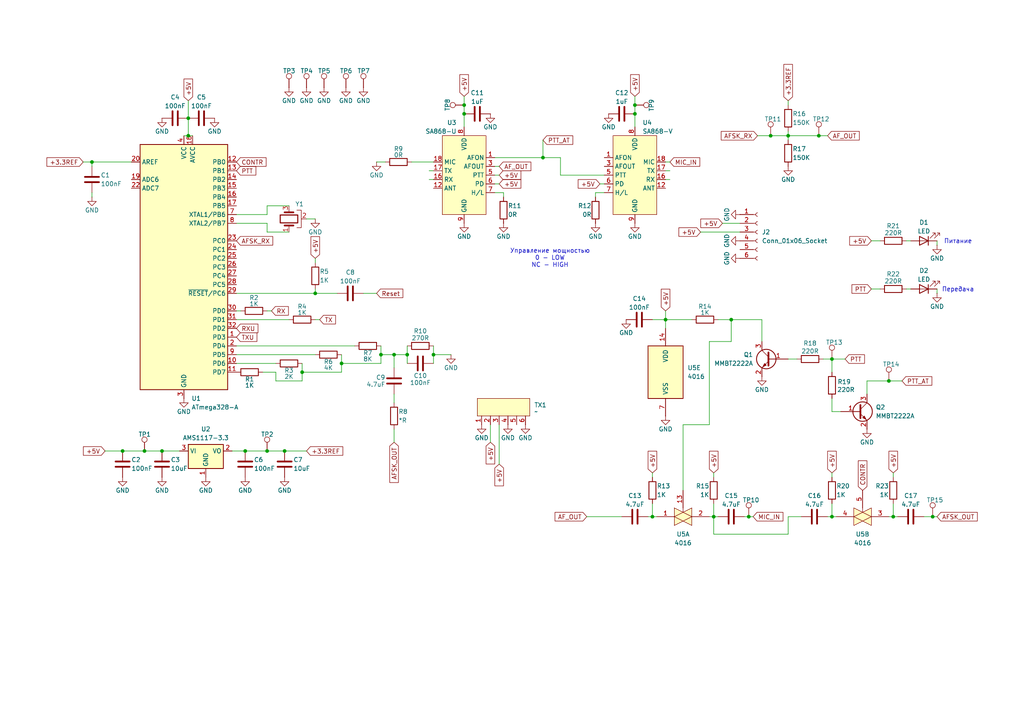
<source format=kicad_sch>
(kicad_sch (version 20231120) (generator "eeschema") (generator_version "8.0")
  (paper "A4")
  (lib_symbols
    (symbol "4xxx:4016" (pin_names (offset 1.016))
      (property "Reference" "U" (at -7.62 8.89 0))
      (property "Value" "4016" (at -7.62 -8.89 0))
      (symbol "4016_1_0"
        (pin passive line (at -7.62 0 0) (length 5.08) (name "~") (number "1"))
        (pin input line (at 0 7.62 270) (length 5.08) (name "~") (number "13"))
        (pin passive line (at 7.62 0 180) (length 5.08) (name "~") (number "2"))
      )
      (symbol "4016_2_0"
        (pin passive line (at 7.62 0 180) (length 5.08) (name "~") (number "3"))
        (pin passive line (at -7.62 0 0) (length 5.08) (name "~") (number "4"))
        (pin input line (at 0 7.62 270) (length 5.08) (name "~") (number "5"))
      )
      (symbol "4016_3_0"
        (pin input line (at 0 7.62 270) (length 5.08) (name "~") (number "6"))
        (pin passive line (at -7.62 0 0) (length 5.08) (name "~") (number "8"))
        (pin passive line (at 7.62 0 180) (length 5.08) (name "~") (number "9"))
      )
      (symbol "4016_4_0"
        (pin passive line (at 7.62 0 180) (length 5.08) (name "~") (number "10"))
        (pin passive line (at -7.62 0 0) (length 5.08) (name "~") (number "11"))
        (pin input line (at 0 7.62 270) (length 5.08) (name "~") (number "12"))
      )
      (symbol "4016_5_0"
        (pin power_in line (at 0 12.7 270) (length 5.08) (name "VDD") (number "14"))
        (pin power_in line (at 0 -12.7 90) (length 5.08) (name "VSS") (number "7"))
      )
    )
    (symbol "Connector:Conn_01x06_Socket" (pin_names (offset 1.016) hide)
      (property "Reference" "J" (at 0 7.62 0))
      (property "Value" "Conn_01x06_Socket" (at 0 -10.16 0))
      (symbol "Conn_01x06_Socket_1_1"
        (pin passive line (at -5.08 5.08 0) (length 3.81) (name "Pin_1") (number "1"))
        (pin passive line (at -5.08 2.54 0) (length 3.81) (name "Pin_2") (number "2"))
        (pin passive line (at -5.08 0 0) (length 3.81) (name "Pin_3") (number "3"))
        (pin passive line (at -5.08 -2.54 0) (length 3.81) (name "Pin_4") (number "4"))
        (pin passive line (at -5.08 -5.08 0) (length 3.81) (name "Pin_5") (number "5"))
        (pin passive line (at -5.08 -7.62 0) (length 3.81) (name "Pin_6") (number "6"))
      )
    )
    (symbol "Connector:TestPoint" (pin_numbers hide) (pin_names (offset 0.762) hide)
      (property "Reference" "TP" (at 0 6.858 0))
      (property "Value" "TestPoint" (at 0 5.08 0))
      (symbol "TestPoint_1_1"
        (pin passive line (at 0 0 90) (length 2.54) (name "1") (number "1"))
      )
    )
    (symbol "Device:C" (pin_numbers hide) (pin_names (offset 0.254))
      (property "Reference" "C" (at 0.635 2.54 0))
      (property "Value" "C" (at 0.635 -2.54 0))
      (symbol "C_1_1"
        (pin passive line (at 0 3.81 270) (length 2.794) (name "~") (number "1"))
        (pin passive line (at 0 -3.81 90) (length 2.794) (name "~") (number "2"))
      )
    )
    (symbol "Device:Crystal_GND2" (pin_names (offset 1.016) hide)
      (property "Reference" "Y" (at 0 5.715 0))
      (property "Value" "Crystal_GND2" (at 0 3.81 0))
      (symbol "Crystal_GND2_1_1"
        (pin passive line (at -3.81 0 0) (length 1.27) (name "1") (number "1"))
        (pin passive line (at 0 -5.08 90) (length 1.27) (name "2") (number "2"))
        (pin passive line (at 3.81 0 180) (length 1.27) (name "3") (number "3"))
      )
    )
    (symbol "Device:LED" (pin_numbers hide) (pin_names (offset 1.016) hide)
      (property "Reference" "D" (at 0 2.54 0))
      (property "Value" "LED" (at 0 -2.54 0))
      (symbol "LED_1_1"
        (pin passive line (at -3.81 0 0) (length 2.54) (name "K") (number "1"))
        (pin passive line (at 3.81 0 180) (length 2.54) (name "A") (number "2"))
      )
    )
    (symbol "Device:R" (pin_numbers hide) (pin_names (offset 0))
      (property "Reference" "R" (at 2.032 0 90))
      (property "Value" "R" (at 0 0 90))
      (symbol "R_1_1"
        (pin passive line (at 0 3.81 270) (length 1.27) (name "~") (number "1"))
        (pin passive line (at 0 -3.81 90) (length 1.27) (name "~") (number "2"))
      )
    )
    (symbol "MCU_Microchip_ATmega:ATmega328-A"
      (property "Reference" "U" (at -12.7 36.83 0))
      (property "Value" "ATmega328-A" (at 2.54 -36.83 0))
      (symbol "ATmega328-A_1_1"
        (pin bidirectional line (at 15.24 -20.32 180) (length 2.54) (name "PD3") (number "1"))
        (pin bidirectional line (at 15.24 -27.94 180) (length 2.54) (name "PD6") (number "10"))
        (pin bidirectional line (at 15.24 -30.48 180) (length 2.54) (name "PD7") (number "11"))
        (pin bidirectional line (at 15.24 30.48 180) (length 2.54) (name "PB0") (number "12"))
        (pin bidirectional line (at 15.24 27.94 180) (length 2.54) (name "PB1") (number "13"))
        (pin bidirectional line (at 15.24 25.4 180) (length 2.54) (name "PB2") (number "14"))
        (pin bidirectional line (at 15.24 22.86 180) (length 2.54) (name "PB3") (number "15"))
        (pin bidirectional line (at 15.24 20.32 180) (length 2.54) (name "PB4") (number "16"))
        (pin bidirectional line (at 15.24 17.78 180) (length 2.54) (name "PB5") (number "17"))
        (pin power_in line (at 2.54 38.1 270) (length 2.54) (name "AVCC") (number "18"))
        (pin input line (at -15.24 25.4 0) (length 2.54) (name "ADC6") (number "19"))
        (pin bidirectional line (at 15.24 -22.86 180) (length 2.54) (name "PD4") (number "2"))
        (pin passive line (at -15.24 30.48 0) (length 2.54) (name "AREF") (number "20"))
        (pin passive line (at 0 -38.1 90) (length 2.54) hide (name "GND") (number "21"))
        (pin input line (at -15.24 22.86 0) (length 2.54) (name "ADC7") (number "22"))
        (pin bidirectional line (at 15.24 7.62 180) (length 2.54) (name "PC0") (number "23"))
        (pin bidirectional line (at 15.24 5.08 180) (length 2.54) (name "PC1") (number "24"))
        (pin bidirectional line (at 15.24 2.54 180) (length 2.54) (name "PC2") (number "25"))
        (pin bidirectional line (at 15.24 0 180) (length 2.54) (name "PC3") (number "26"))
        (pin bidirectional line (at 15.24 -2.54 180) (length 2.54) (name "PC4") (number "27"))
        (pin bidirectional line (at 15.24 -5.08 180) (length 2.54) (name "PC5") (number "28"))
        (pin bidirectional line (at 15.24 -7.62 180) (length 2.54) (name "~{RESET}/PC6") (number "29"))
        (pin power_in line (at 0 -38.1 90) (length 2.54) (name "GND") (number "3"))
        (pin bidirectional line (at 15.24 -12.7 180) (length 2.54) (name "PD0") (number "30"))
        (pin bidirectional line (at 15.24 -15.24 180) (length 2.54) (name "PD1") (number "31"))
        (pin bidirectional line (at 15.24 -17.78 180) (length 2.54) (name "PD2") (number "32"))
        (pin power_in line (at 0 38.1 270) (length 2.54) (name "VCC") (number "4"))
        (pin passive line (at 0 -38.1 90) (length 2.54) hide (name "GND") (number "5"))
        (pin passive line (at 0 38.1 270) (length 2.54) hide (name "VCC") (number "6"))
        (pin bidirectional line (at 15.24 15.24 180) (length 2.54) (name "XTAL1/PB6") (number "7"))
        (pin bidirectional line (at 15.24 12.7 180) (length 2.54) (name "XTAL2/PB7") (number "8"))
        (pin bidirectional line (at 15.24 -25.4 180) (length 2.54) (name "PD5") (number "9"))
      )
    )
    (symbol "MolexSat:Molex"
      (property "Reference" "TX" (at 0 8.89 0))
      (symbol "Molex_1_1"
        (pin input line (at -5.08 6.35 0) (length 2.54) (name "") (number "1"))
        (pin input line (at -5.08 3.81 0) (length 2.54) (name "") (number "2"))
        (pin input line (at -5.08 1.27 0) (length 2.54) (name "") (number "3"))
        (pin input line (at -5.08 -1.27 0) (length 2.54) (name "") (number "4"))
        (pin input line (at -5.08 -3.81 0) (length 2.54) (name "") (number "5"))
        (pin input line (at -5.08 -6.35 0) (length 2.54) (name "") (number "6"))
      )
    )
    (symbol "Regulator_Linear:AMS1117-3.3"
      (property "Reference" "U" (at -3.81 3.175 0))
      (property "Value" "AMS1117-3.3" (at 0 3.175 0))
      (symbol "AMS1117-3.3_1_1"
        (pin power_in line (at 0 -7.62 90) (length 2.54) (name "GND") (number "1"))
        (pin power_out line (at 7.62 0 180) (length 2.54) (name "VO") (number "2"))
        (pin power_in line (at -7.62 0 0) (length 2.54) (name "VI") (number "3"))
      )
    )
    (symbol "SA868:SA868"
      (property "Reference" "U" (at 4.572 12.954 0))
      (symbol "SA868_1_1"
        (pin output line (at -8.89 5.08 0) (length 2.54) (name "AFON") (number "1"))
        (pin input line (at 8.89 -3.81 180) (length 2.54) (name "ANT") (number "12"))
        (pin input line (at 8.89 -1.27 180) (length 2.54) (name "RX") (number "16"))
        (pin input line (at 8.89 1.27 180) (length 2.54) (name "TX") (number "17"))
        (pin input line (at 8.89 3.81 180) (length 2.54) (name "MIC") (number "18"))
        (pin input line (at -8.89 2.54 0) (length 2.54) (name "AFOUT") (number "3"))
        (pin input line (at -8.89 0 0) (length 2.54) (name "PTT") (number "5"))
        (pin input line (at -8.89 -2.54 0) (length 2.54) (name "PD") (number "6"))
        (pin input line (at -8.89 -5.08 0) (length 2.54) (name "H/L") (number "7"))
        (pin power_in line (at 0 13.97 270) (length 2.54) (name "VDD") (number "8"))
        (pin power_out line (at 0 -13.97 90) (length 2.54) (name "GND") (number "9"))
      )
    )
    (symbol "Transistor_BJT:MMBT2222A" (pin_names (offset 0) hide)
      (property "Reference" "Q" (at 5.08 1.905 0))
      (property "Value" "MMBT2222A" (at 5.08 0 0))
      (symbol "MMBT2222A_1_1"
        (pin input line (at -5.08 0 0) (length 5.715) (name "B") (number "1"))
        (pin passive line (at 2.54 -5.08 90) (length 2.54) (name "E") (number "2"))
        (pin passive line (at 2.54 5.08 270) (length 2.54) (name "C") (number "3"))
      )
    )
    (symbol "power:GND" (power) (pin_numbers hide) (pin_names (offset 0) hide)
      (property "Value" "GND" (at 0 -3.81 0))
      (symbol "GND_1_1"
        (pin power_in line (at 0 0 270) (length 0) (name "~") (number "1"))
      )
    )
  )
  (junction (at 189.23 149.86))
  (junction (at 257.81 110.49))
  (junction (at 134.62 30.48))
  (junction (at 217.17 149.86))
  (junction (at 223.52 39.37))
  (junction (at 184.15 33.02))
  (junction (at 110.49 102.87))
  (junction (at 41.91 130.81))
  (junction (at 35.56 130.81))
  (junction (at 46.99 130.81))
  (junction (at 157.48 45.72))
  (junction (at 125.73 102.87))
  (junction (at 91.44 85.09))
  (junction (at 87.63 107.95))
  (junction (at 241.3 104.14))
  (junction (at 134.62 33.02))
  (junction (at 237.49 39.37))
  (junction (at 241.3 149.86))
  (junction (at 54.61 39.37))
  (junction (at 26.67 46.99))
  (junction (at 212.09 92.71))
  (junction (at 259.08 149.86))
  (junction (at 118.11 102.87))
  (junction (at 114.3 102.87))
  (junction (at 184.15 30.48))
  (junction (at 207.01 149.86))
  (junction (at 54.61 34.29))
  (junction (at 228.6 39.37))
  (junction (at 82.55 130.81))
  (junction (at 77.47 130.81))
  (junction (at 270.51 149.86))
  (junction (at 99.06 105.41))
  (junction (at 193.04 92.71))
  (junction (at 71.12 130.81))
  (wire (pts (xy 207.01 146.05) (xy 207.01 149.86)))
  (wire (pts (xy 143.51 45.72) (xy 157.48 45.72)))
  (wire (pts (xy 26.67 46.99) (xy 38.1 46.99)))
  (wire (pts (xy 241.3 119.38) (xy 243.84 119.38)))
  (wire (pts (xy 184.15 33.02) (xy 184.15 36.83)))
  (wire (pts (xy 162.56 50.8) (xy 175.26 50.8)))
  (wire (pts (xy 205.74 99.06) (xy 212.09 99.06)))
  (wire (pts (xy 220.98 92.71) (xy 220.98 99.06)))
  (wire (pts (xy 68.58 100.33) (xy 102.87 100.33)))
  (wire (pts (xy 184.15 30.48) (xy 184.15 33.02)))
  (wire (pts (xy 54.61 34.29) (xy 54.61 39.37)))
  (wire (pts (xy 261.62 110.49) (xy 257.81 110.49)))
  (wire (pts (xy 26.67 48.26) (xy 26.67 46.99)))
  (wire (pts (xy 109.22 85.09) (xy 105.41 85.09)))
  (wire (pts (xy 77.47 90.17) (xy 78.74 90.17)))
  (wire (pts (xy 114.3 114.3) (xy 114.3 116.84)))
  (wire (pts (xy 241.3 146.05) (xy 241.3 149.86)))
  (wire (pts (xy 99.06 102.87) (xy 99.06 105.41)))
  (wire (pts (xy 207.01 149.86) (xy 208.28 149.86)))
  (wire (pts (xy 54.61 29.21) (xy 54.61 34.29)))
  (wire (pts (xy 144.78 53.34) (xy 143.51 53.34)))
  (wire (pts (xy 271.78 71.12) (xy 271.78 69.85)))
  (wire (pts (xy 53.34 39.37) (xy 54.61 39.37)))
  (wire (pts (xy 125.73 102.87) (xy 125.73 105.41)))
  (wire (pts (xy 110.49 105.41) (xy 99.06 105.41)))
  (wire (pts (xy 142.24 128.27) (xy 142.24 123.19)))
  (wire (pts (xy 118.11 100.33) (xy 118.11 102.87)))
  (wire (pts (xy 125.73 102.87) (xy 130.81 102.87)))
  (wire (pts (xy 87.63 105.41) (xy 87.63 107.95)))
  (wire (pts (xy 223.52 39.37) (xy 228.6 39.37)))
  (wire (pts (xy 134.62 33.02) (xy 134.62 36.83)))
  (wire (pts (xy 91.44 83.82) (xy 91.44 85.09)))
  (wire (pts (xy 219.71 39.37) (xy 223.52 39.37)))
  (wire (pts (xy 157.48 45.72) (xy 162.56 45.72)))
  (wire (pts (xy 259.08 149.86) (xy 257.81 149.86)))
  (wire (pts (xy 146.05 55.88) (xy 146.05 57.15)))
  (wire (pts (xy 241.3 104.14) (xy 238.76 104.14)))
  (wire (pts (xy 231.14 104.14) (xy 228.6 104.14)))
  (wire (pts (xy 228.6 39.37) (xy 237.49 39.37)))
  (wire (pts (xy 252.73 83.82) (xy 255.27 83.82)))
  (wire (pts (xy 114.3 124.46) (xy 114.3 128.27)))
  (wire (pts (xy 124.46 52.07) (xy 125.73 52.07)))
  (wire (pts (xy 172.72 55.88) (xy 172.72 57.15)))
  (wire (pts (xy 144.78 50.8) (xy 143.51 50.8)))
  (wire (pts (xy 110.49 102.87) (xy 110.49 105.41)))
  (wire (pts (xy 189.23 137.16) (xy 189.23 138.43)))
  (wire (pts (xy 68.58 105.41) (xy 80.01 105.41)))
  (wire (pts (xy 77.47 64.77) (xy 77.47 67.31)))
  (wire (pts (xy 205.74 123.19) (xy 205.74 99.06)))
  (wire (pts (xy 259.08 146.05) (xy 259.08 149.86)))
  (wire (pts (xy 69.85 90.17) (xy 68.58 90.17)))
  (wire (pts (xy 24.13 46.99) (xy 26.67 46.99)))
  (wire (pts (xy 175.26 55.88) (xy 172.72 55.88)))
  (wire (pts (xy 184.15 27.94) (xy 184.15 30.48)))
  (wire (pts (xy 87.63 110.49) (xy 80.01 110.49)))
  (wire (pts (xy 203.2 67.31) (xy 214.63 67.31)))
  (wire (pts (xy 189.23 92.71) (xy 193.04 92.71)))
  (wire (pts (xy 262.89 69.85) (xy 264.16 69.85)))
  (wire (pts (xy 157.48 40.64) (xy 157.48 45.72)))
  (wire (pts (xy 262.89 83.82) (xy 264.16 83.82)))
  (wire (pts (xy 240.03 149.86) (xy 241.3 149.86)))
  (wire (pts (xy 259.08 137.16) (xy 259.08 138.43)))
  (wire (pts (xy 212.09 99.06) (xy 212.09 92.71)))
  (wire (pts (xy 162.56 45.72) (xy 162.56 50.8)))
  (wire (pts (xy 68.58 92.71) (xy 83.82 92.71)))
  (wire (pts (xy 189.23 149.86) (xy 190.5 149.86)))
  (wire (pts (xy 252.73 69.85) (xy 255.27 69.85)))
  (wire (pts (xy 80.01 110.49) (xy 80.01 107.95)))
  (wire (pts (xy 67.31 130.81) (xy 71.12 130.81)))
  (wire (pts (xy 91.44 85.09) (xy 97.79 85.09)))
  (wire (pts (xy 68.58 62.23) (xy 77.47 62.23)))
  (wire (pts (xy 212.09 92.71) (xy 220.98 92.71)))
  (wire (pts (xy 109.22 46.99) (xy 111.76 46.99)))
  (wire (pts (xy 241.3 107.95) (xy 241.3 104.14)))
  (wire (pts (xy 237.49 39.37) (xy 240.03 39.37)))
  (wire (pts (xy 208.28 92.71) (xy 212.09 92.71)))
  (wire (pts (xy 228.6 39.37) (xy 228.6 40.64)))
  (wire (pts (xy 257.81 110.49) (xy 251.46 110.49)))
  (wire (pts (xy 251.46 110.49) (xy 251.46 114.3)))
  (wire (pts (xy 114.3 102.87) (xy 114.3 106.68)))
  (wire (pts (xy 26.67 57.15) (xy 26.67 55.88)))
  (wire (pts (xy 241.3 137.16) (xy 241.3 138.43)))
  (wire (pts (xy 205.74 149.86) (xy 207.01 149.86)))
  (wire (pts (xy 189.23 146.05) (xy 189.23 149.86)))
  (wire (pts (xy 198.12 142.24) (xy 198.12 123.19)))
  (wire (pts (xy 228.6 149.86) (xy 228.6 154.94)))
  (wire (pts (xy 92.71 92.71) (xy 91.44 92.71)))
  (wire (pts (xy 35.56 130.81) (xy 41.91 130.81)))
  (wire (pts (xy 125.73 100.33) (xy 125.73 102.87)))
  (wire (pts (xy 259.08 149.86) (xy 260.35 149.86)))
  (wire (pts (xy 271.78 149.86) (xy 270.51 149.86)))
  (wire (pts (xy 110.49 100.33) (xy 110.49 102.87)))
  (wire (pts (xy 71.12 130.81) (xy 77.47 130.81)))
  (wire (pts (xy 173.99 53.34) (xy 175.26 53.34)))
  (wire (pts (xy 77.47 130.81) (xy 82.55 130.81)))
  (wire (pts (xy 134.62 27.94) (xy 134.62 30.48)))
  (wire (pts (xy 241.3 149.86) (xy 242.57 149.86)))
  (wire (pts (xy 144.78 134.62) (xy 144.78 123.19)))
  (wire (pts (xy 232.41 149.86) (xy 228.6 149.86)))
  (wire (pts (xy 271.78 85.09) (xy 271.78 83.82)))
  (wire (pts (xy 46.99 130.81) (xy 52.07 130.81)))
  (wire (pts (xy 114.3 102.87) (xy 118.11 102.87)))
  (wire (pts (xy 228.6 38.1) (xy 228.6 39.37)))
  (wire (pts (xy 241.3 115.57) (xy 241.3 119.38)))
  (wire (pts (xy 207.01 137.16) (xy 207.01 138.43)))
  (wire (pts (xy 118.11 102.87) (xy 118.11 105.41)))
  (wire (pts (xy 198.12 123.19) (xy 205.74 123.19)))
  (wire (pts (xy 77.47 59.69) (xy 83.82 59.69)))
  (wire (pts (xy 228.6 29.21) (xy 228.6 30.48)))
  (wire (pts (xy 228.6 154.94) (xy 207.01 154.94)))
  (wire (pts (xy 194.31 49.53) (xy 193.04 49.53)))
  (wire (pts (xy 82.55 130.81) (xy 88.9 130.81)))
  (wire (pts (xy 209.55 64.77) (xy 214.63 64.77)))
  (wire (pts (xy 119.38 46.99) (xy 125.73 46.99)))
  (wire (pts (xy 91.44 63.5) (xy 88.9 63.5)))
  (wire (pts (xy 270.51 149.86) (xy 267.97 149.86)))
  (wire (pts (xy 68.58 85.09) (xy 91.44 85.09)))
  (wire (pts (xy 124.46 49.53) (xy 125.73 49.53)))
  (wire (pts (xy 91.44 74.93) (xy 91.44 76.2)))
  (wire (pts (xy 194.31 46.99) (xy 193.04 46.99)))
  (wire (pts (xy 144.78 48.26) (xy 143.51 48.26)))
  (wire (pts (xy 194.31 52.07) (xy 193.04 52.07)))
  (wire (pts (xy 143.51 55.88) (xy 146.05 55.88)))
  (wire (pts (xy 54.61 39.37) (xy 55.88 39.37)))
  (wire (pts (xy 110.49 102.87) (xy 114.3 102.87)))
  (wire (pts (xy 134.62 30.48) (xy 134.62 33.02)))
  (wire (pts (xy 41.91 130.81) (xy 46.99 130.81)))
  (wire (pts (xy 77.47 67.31) (xy 83.82 67.31)))
  (wire (pts (xy 207.01 154.94) (xy 207.01 149.86)))
  (wire (pts (xy 30.48 130.81) (xy 35.56 130.81)))
  (wire (pts (xy 170.18 149.86) (xy 180.34 149.86)))
  (wire (pts (xy 80.01 107.95) (xy 76.2 107.95)))
  (wire (pts (xy 193.04 90.17) (xy 193.04 92.71)))
  (wire (pts (xy 77.47 62.23) (xy 77.47 59.69)))
  (wire (pts (xy 187.96 149.86) (xy 189.23 149.86)))
  (wire (pts (xy 87.63 107.95) (xy 87.63 110.49)))
  (wire (pts (xy 99.06 105.41) (xy 99.06 107.95)))
  (wire (pts (xy 68.58 64.77) (xy 77.47 64.77)))
  (wire (pts (xy 241.3 104.14) (xy 245.11 104.14)))
  (wire (pts (xy 193.04 92.71) (xy 193.04 95.25)))
  (wire (pts (xy 218.44 149.86) (xy 217.17 149.86)))
  (wire (pts (xy 68.58 102.87) (xy 91.44 102.87)))
  (wire (pts (xy 99.06 107.95) (xy 87.63 107.95)))
  (wire (pts (xy 193.04 92.71) (xy 200.66 92.71)))
  (wire (pts (xy 217.17 149.86) (xy 215.9 149.86)))
  (text "Питание" (at 277.876 70.104 0) (effects (font (size 1.27 1.27))))
  (text "Управление мощностью\n0 - LOW\nNC - HIGH" (at 159.512 74.93 0) (effects (font (size 1.27 1.27))))
  (text "Передача" (at 277.876 84.074 0) (effects (font (size 1.27 1.27))))
  (global_label "MIC_IN" (shape input) (at 194.31 46.99 0) (property "Intersheetrefs" "${INTERSHEET_REFS}" (effects (hide yes))))
  (global_label "AFSK_OUT" (shape input) (at 114.3 128.27 270) (property "Intersheetrefs" "${INTERSHEET_REFS}" (effects (hide yes))))
  (global_label "+5V" (shape input) (at 259.08 137.16 90) (property "Intersheetrefs" "${INTERSHEET_REFS}" (effects (hide yes))))
  (global_label "+5V" (shape input) (at 252.73 69.85 180) (property "Intersheetrefs" "${INTERSHEET_REFS}" (effects (hide yes))))
  (global_label "CONTR" (shape input) (at 250.19 142.24 90) (property "Intersheetrefs" "${INTERSHEET_REFS}" (effects (hide yes))))
  (global_label "PTT" (shape input) (at 245.11 104.14 0) (property "Intersheetrefs" "${INTERSHEET_REFS}" (effects (hide yes))))
  (global_label "+5V" (shape input) (at 209.55 64.77 180) (property "Intersheetrefs" "${INTERSHEET_REFS}" (effects (hide yes))))
  (global_label "+5V" (shape input) (at 241.3 137.16 90) (property "Intersheetrefs" "${INTERSHEET_REFS}" (effects (hide yes))))
  (global_label "PTT" (shape input) (at 252.73 83.82 180) (property "Intersheetrefs" "${INTERSHEET_REFS}" (effects (hide yes))))
  (global_label "MIC_IN" (shape input) (at 218.44 149.86 0) (property "Intersheetrefs" "${INTERSHEET_REFS}" (effects (hide yes))))
  (global_label "AF_OUT" (shape input) (at 240.03 39.37 0) (property "Intersheetrefs" "${INTERSHEET_REFS}" (effects (hide yes))))
  (global_label "+5V" (shape input) (at 30.48 130.81 180) (property "Intersheetrefs" "${INTERSHEET_REFS}" (effects (hide yes))))
  (global_label "PTT_AT" (shape input) (at 157.48 40.64 0) (property "Intersheetrefs" "${INTERSHEET_REFS}" (effects (hide yes))))
  (global_label "+3.3REF" (shape input) (at 24.13 46.99 180) (property "Intersheetrefs" "${INTERSHEET_REFS}" (effects (hide yes))))
  (global_label "AFSK_RX" (shape input) (at 68.58 69.85 0) (property "Intersheetrefs" "${INTERSHEET_REFS}" (effects (hide yes))))
  (global_label "+3.3REF" (shape input) (at 88.9 130.81 0) (property "Intersheetrefs" "${INTERSHEET_REFS}" (effects (hide yes))))
  (global_label "+5V" (shape input) (at 189.23 137.16 90) (property "Intersheetrefs" "${INTERSHEET_REFS}" (effects (hide yes))))
  (global_label "+5V" (shape input) (at 144.78 53.34 0) (property "Intersheetrefs" "${INTERSHEET_REFS}" (effects (hide yes))))
  (global_label "+5V" (shape input) (at 144.78 134.62 270) (property "Intersheetrefs" "${INTERSHEET_REFS}" (effects (hide yes))))
  (global_label "RXU" (shape input) (at 68.58 95.25 0) (property "Intersheetrefs" "${INTERSHEET_REFS}" (effects (hide yes))))
  (global_label "CONTR" (shape input) (at 68.58 46.99 0) (property "Intersheetrefs" "${INTERSHEET_REFS}" (effects (hide yes))))
  (global_label "AF_OUT" (shape input) (at 170.18 149.86 180) (property "Intersheetrefs" "${INTERSHEET_REFS}" (effects (hide yes))))
  (global_label "Reset" (shape input) (at 109.22 85.09 0) (property "Intersheetrefs" "${INTERSHEET_REFS}" (effects (hide yes))))
  (global_label "AFSK_OUT" (shape input) (at 271.78 149.86 0) (property "Intersheetrefs" "${INTERSHEET_REFS}" (effects (hide yes))))
  (global_label "+5V" (shape input) (at 54.61 29.21 90) (property "Intersheetrefs" "${INTERSHEET_REFS}" (effects (hide yes))))
  (global_label "+5V" (shape input) (at 203.2 67.31 180) (property "Intersheetrefs" "${INTERSHEET_REFS}" (effects (hide yes))))
  (global_label "AF_OUT" (shape input) (at 144.78 48.26 0) (property "Intersheetrefs" "${INTERSHEET_REFS}" (effects (hide yes))))
  (global_label "PTT_AT" (shape input) (at 261.62 110.49 0) (property "Intersheetrefs" "${INTERSHEET_REFS}" (effects (hide yes))))
  (global_label "RX" (shape input) (at 78.74 90.17 0) (property "Intersheetrefs" "${INTERSHEET_REFS}" (effects (hide yes))))
  (global_label "+5V" (shape input) (at 144.78 50.8 0) (property "Intersheetrefs" "${INTERSHEET_REFS}" (effects (hide yes))))
  (global_label "+5V" (shape input) (at 142.24 128.27 270) (property "Intersheetrefs" "${INTERSHEET_REFS}" (effects (hide yes))))
  (global_label "AFSK_RX" (shape input) (at 219.71 39.37 180) (property "Intersheetrefs" "${INTERSHEET_REFS}" (effects (hide yes))))
  (global_label "TX" (shape input) (at 92.71 92.71 0) (property "Intersheetrefs" "${INTERSHEET_REFS}" (effects (hide yes))))
  (global_label "+5V" (shape input) (at 173.99 53.34 180) (property "Intersheetrefs" "${INTERSHEET_REFS}" (effects (hide yes))))
  (global_label "+5V" (shape input) (at 193.04 90.17 90) (property "Intersheetrefs" "${INTERSHEET_REFS}" (effects (hide yes))))
  (global_label "+5V" (shape input) (at 134.62 27.94 90) (property "Intersheetrefs" "${INTERSHEET_REFS}" (effects (hide yes))))
  (global_label "TXU" (shape input) (at 68.58 97.79 0) (property "Intersheetrefs" "${INTERSHEET_REFS}" (effects (hide yes))))
  (global_label "+5V" (shape input) (at 184.15 27.94 90) (property "Intersheetrefs" "${INTERSHEET_REFS}" (effects (hide yes))))
  (global_label "+5V" (shape input) (at 207.01 137.16 90) (property "Intersheetrefs" "${INTERSHEET_REFS}" (effects (hide yes))))
  (global_label "+5V" (shape input) (at 91.44 74.93 90) (property "Intersheetrefs" "${INTERSHEET_REFS}" (effects (hide yes))))
  (global_label "PTT" (shape input) (at 68.58 49.53 0) (property "Intersheetrefs" "${INTERSHEET_REFS}" (effects (hide yes))))
  (global_label "+3.3REF" (shape input) (at 228.6 29.21 90) (property "Intersheetrefs" "${INTERSHEET_REFS}" (effects (hide yes))))
  (symbol (lib_id "Regulator_Linear:AMS1117-3.3") (at 59.69 130.81 0) (unit 1)
    (property "Reference" "U2" (at 59.69 124.46 0))
    (property "Value" "AMS1117-3.3" (at 59.69 127 0))
    (property "Footprint" "Package_TO_SOT_SMD:SOT-223-3_TabPin2" (effects (hide yes)))
    (property "Datasheet" "http://www.advanced-monolithic.com/pdf/ds1117.pdf" (effects (hide yes)))
    (property "Description" "1A Low Dropout regulator, positive, 3.3V fixed output, SOT-223" (effects (hide yes)))
  )
  (symbol (lib_id "Connector:TestPoint") (at 241.3 104.14 0) (unit 1)
    (property "Reference" "TP13" (at 239.522 99.314 0) (effects (justify left)))
    (property "Value" "TestPoint" (effects (hide yes)))
    (property "Footprint" "TestPoint:TestPoint_Loop_D1.80mm_Drill1.0mm_Beaded" (effects (hide yes)))
    (property "Description" "test point" (effects (hide yes)))
  )
  (symbol (lib_id "Device:R") (at 241.3 111.76 0) (unit 1)
    (property "Reference" "R19" (at 244.856 110.744 0))
    (property "Value" "220R" (at 245.364 113.03 0))
    (property "Footprint" "Resistor_SMD:R_0603_1608Metric" (effects (hide yes)))
    (property "Description" "Resistor" (effects (hide yes)))
  )
  (symbol (lib_id "power:GND") (at 93.98 25.4 0) (mirror y) (unit 1)
    (property "Reference" "#PWR013" (effects (hide yes)))
    (property "Value" "GND" (at 93.98 29.21 0))
    (property "Description" "Power symbol creates a global label with name \"GND\" , ground" (effects (hide yes)))
  )
  (symbol (lib_id "power:GND") (at 59.69 138.43 0) (unit 1)
    (property "Reference" "#PWR06" (effects (hide yes)))
    (property "Value" "GND" (at 59.69 142.24 0))
    (property "Description" "Power symbol creates a global label with name \"GND\" , ground" (effects (hide yes)))
  )
  (symbol (lib_id "Transistor_BJT:MMBT2222A") (at 223.52 104.14 0) (mirror y) (unit 1)
    (property "Reference" "Q1" (at 218.44 102.8699 0) (effects (justify left)))
    (property "Value" "MMBT2222A" (at 218.44 105.4099 0) (effects (justify left)))
    (property "Footprint" "Package_TO_SOT_SMD:SOT-23" (effects (hide yes)))
    (property "Datasheet" "https://assets.nexperia.com/documents/data-sheet/MMBT2222A.pdf" (effects (hide yes)))
    (property "Description" "600mA Ic, 40V Vce, NPN Transistor, SOT-23" (effects (hide yes)))
  )
  (symbol (lib_id "Connector:TestPoint") (at 105.41 25.4 0) (unit 1)
    (property "Reference" "TP7" (at 103.632 20.574 0) (effects (justify left)))
    (property "Value" "TestPoint" (effects (hide yes)))
    (property "Footprint" "TestPoint:TestPoint_Loop_D1.80mm_Drill1.0mm_Beaded" (effects (hide yes)))
    (property "Description" "test point" (effects (hide yes)))
  )
  (symbol (lib_id "Connector:Conn_01x06_Socket") (at 219.71 67.31 0) (unit 1)
    (property "Reference" "J2" (at 220.98 67.3099 0) (effects (justify left)))
    (property "Value" "Conn_01x06_Socket" (at 220.98 69.8499 0) (effects (justify left)))
    (property "Footprint" "Connector_PinHeader_2.54mm:PinHeader_1x06_P2.54mm_Vertical" (effects (hide yes)))
    (property "Description" "Generic connector, single row, 01x06, script generated" (effects (hide yes)))
  )
  (symbol (lib_id "Device:Crystal_GND2") (at 83.82 63.5 90) (unit 1)
    (property "Reference" "Y1" (at 88.138 59.182 90) (effects (justify left)))
    (property "Value" "Crystal_GND2" (effects (hide yes)))
    (property "Footprint" "CSTCE16M0V53-R0:CSTCE16M0V53-R0" (effects (hide yes)))
    (property "Description" "Three pin crystal, GND on pin 2" (effects (hide yes)))
  )
  (symbol (lib_id "Device:C") (at 184.15 149.86 90) (unit 1)
    (property "Reference" "C13" (at 184.15 143.764 90))
    (property "Value" "4.7uF" (at 184.15 146.304 90))
    (property "Footprint" "Capacitor_SMD:C_0603_1608Metric" (effects (hide yes)))
    (property "Description" "Unpolarized capacitor" (effects (hide yes)))
  )
  (symbol (lib_id "Device:R") (at 228.6 44.45 0) (unit 1)
    (property "Reference" "R17" (at 229.87 43.18 0) (effects (justify left)))
    (property "Value" "150K" (at 229.87 45.72 0) (effects (justify left)))
    (property "Footprint" "Resistor_SMD:R_0603_1608Metric" (effects (hide yes)))
    (property "Description" "Resistor" (effects (hide yes)))
  )
  (symbol (lib_id "power:GND") (at 172.72 64.77 0) (mirror y) (unit 1)
    (property "Reference" "#PWR021" (effects (hide yes)))
    (property "Value" "GND" (at 172.72 68.58 0))
    (property "Description" "Power symbol creates a global label with name \"GND\" , ground" (effects (hide yes)))
  )
  (symbol (lib_id "Device:R") (at 91.44 80.01 0) (unit 1)
    (property "Reference" "R5" (at 92.71 78.74 0) (effects (justify left)))
    (property "Value" "1K" (at 92.71 81.28 0) (effects (justify left)))
    (property "Footprint" "Resistor_SMD:R_0603_1608Metric" (effects (hide yes)))
    (property "Description" "Resistor" (effects (hide yes)))
  )
  (symbol (lib_id "power:GND") (at 62.23 34.29 0) (unit 1)
    (property "Reference" "#PWR07" (effects (hide yes)))
    (property "Value" "GND" (at 62.23 38.1 0))
    (property "Description" "Power symbol creates a global label with name \"GND\" , ground" (effects (hide yes)))
  )
  (symbol (lib_id "Transistor_BJT:MMBT2222A") (at 248.92 119.38 0) (unit 1)
    (property "Reference" "Q2" (at 254 118.1099 0) (effects (justify left)))
    (property "Value" "MMBT2222A" (at 254 120.6499 0) (effects (justify left)))
    (property "Footprint" "Package_TO_SOT_SMD:SOT-23" (effects (hide yes)))
    (property "Datasheet" "https://assets.nexperia.com/documents/data-sheet/MMBT2222A.pdf" (effects (hide yes)))
    (property "Description" "600mA Ic, 40V Vce, NPN Transistor, SOT-23" (effects (hide yes)))
  )
  (symbol (lib_id "Device:R") (at 241.3 142.24 0) (unit 1)
    (property "Reference" "R20" (at 242.57 140.97 0) (effects (justify left)))
    (property "Value" "1K" (at 242.57 143.51 0) (effects (justify left)))
    (property "Footprint" "Resistor_SMD:R_0603_1608Metric" (effects (hide yes)))
    (property "Description" "Resistor" (effects (hide yes)))
  )
  (symbol (lib_id "power:GND") (at 251.46 124.46 0) (unit 1)
    (property "Reference" "#PWR028" (effects (hide yes)))
    (property "Value" "GND" (at 251.46 128.27 0))
    (property "Description" "Power symbol creates a global label with name \"GND\" , ground" (effects (hide yes)))
  )
  (symbol (lib_id "power:GND") (at 193.04 120.65 0) (unit 1)
    (property "Reference" "#PWR025" (effects (hide yes)))
    (property "Value" "GND" (at 193.04 124.46 0))
    (property "Description" "Power symbol creates a global label with name \"GND\" , ground" (effects (hide yes)))
  )
  (symbol (lib_id "Device:R") (at 189.23 142.24 0) (unit 1)
    (property "Reference" "R13" (at 190.5 140.97 0) (effects (justify left)))
    (property "Value" "1K" (at 190.5 143.51 0) (effects (justify left)))
    (property "Footprint" "Resistor_SMD:R_0603_1608Metric" (effects (hide yes)))
    (property "Description" "Resistor" (effects (hide yes)))
  )
  (symbol (lib_id "power:GND") (at 134.62 64.77 0) (mirror y) (unit 1)
    (property "Reference" "#PWR018" (effects (hide yes)))
    (property "Value" "GND" (at 134.62 68.58 0))
    (property "Description" "Power symbol creates a global label with name \"GND\" , ground" (effects (hide yes)))
  )
  (symbol (lib_id "Device:R") (at 234.95 104.14 90) (unit 1)
    (property "Reference" "R18" (at 234.95 99.568 90))
    (property "Value" "220R" (at 234.95 101.854 90))
    (property "Footprint" "Resistor_SMD:R_0603_1608Metric" (effects (hide yes)))
    (property "Description" "Resistor" (effects (hide yes)))
  )
  (symbol (lib_id "Device:C") (at 82.55 134.62 180) (unit 1)
    (property "Reference" "C7" (at 85.09 133.35 0) (effects (justify right)))
    (property "Value" "10uF" (at 85.09 135.89 0) (effects (justify right)))
    (property "Footprint" "Capacitor_SMD:C_0603_1608Metric" (effects (hide yes)))
    (property "Description" "Unpolarized capacitor" (effects (hide yes)))
  )
  (symbol (lib_id "Device:LED") (at 267.97 69.85 180) (unit 1)
    (property "Reference" "D1" (at 267.97 64.516 0))
    (property "Value" "LED" (at 267.97 67.056 0))
    (property "Footprint" "LED_SMD:LED_0603_1608Metric" (effects (hide yes)))
    (property "Description" "Light emitting diode" (effects (hide yes)))
  )
  (symbol (lib_id "Connector:TestPoint") (at 257.81 110.49 0) (unit 1)
    (property "Reference" "TP14" (at 256.032 105.664 0) (effects (justify left)))
    (property "Value" "TestPoint" (effects (hide yes)))
    (property "Footprint" "TestPoint:TestPoint_Loop_D1.80mm_Drill1.0mm_Beaded" (effects (hide yes)))
    (property "Description" "test point" (effects (hide yes)))
  )
  (symbol (lib_id "Connector:TestPoint") (at 217.17 149.86 0) (unit 1)
    (property "Reference" "TP10" (at 215.392 145.034 0) (effects (justify left)))
    (property "Value" "TestPoint" (effects (hide yes)))
    (property "Footprint" "TestPoint:TestPoint_Loop_D1.80mm_Drill1.0mm_Beaded" (effects (hide yes)))
    (property "Description" "test point" (effects (hide yes)))
  )
  (symbol (lib_id "4xxx:4016") (at 198.12 149.86 0) (unit 1)
    (property "Reference" "U5" (at 198.12 154.94 0))
    (property "Value" "4016" (at 198.12 157.48 0))
    (property "Footprint" "Package_DIP:DIP-14_W7.62mm_LongPads" (effects (hide yes)))
    (property "Datasheet" "http://www.ti.com/lit/ds/symlink/cd4016b.pdf" (effects (hide yes)))
    (property "Description" "Quad Analog Switches" (effects (hide yes)))
  )
  (symbol (lib_id "power:GND") (at 105.41 25.4 0) (mirror y) (unit 1)
    (property "Reference" "#PWR015" (effects (hide yes)))
    (property "Value" "GND" (at 105.41 29.21 0))
    (property "Description" "Power symbol creates a global label with name \"GND\" , ground" (effects (hide yes)))
  )
  (symbol (lib_id "power:GND") (at 26.67 57.15 0) (unit 1)
    (property "Reference" "#PWR01" (effects (hide yes)))
    (property "Value" "GND" (at 26.67 60.96 0))
    (property "Description" "Power symbol creates a global label with name \"GND\" , ground" (effects (hide yes)))
  )
  (symbol (lib_id "power:GND") (at 82.55 138.43 0) (unit 1)
    (property "Reference" "#PWR09" (effects (hide yes)))
    (property "Value" "GND" (at 82.55 142.24 0))
    (property "Description" "Power symbol creates a global label with name \"GND\" , ground" (effects (hide yes)))
  )
  (symbol (lib_id "power:GND") (at 71.12 138.43 0) (unit 1)
    (property "Reference" "#PWR08" (effects (hide yes)))
    (property "Value" "GND" (at 71.12 142.24 0))
    (property "Description" "Power symbol creates a global label with name \"GND\" , ground" (effects (hide yes)))
  )
  (symbol (lib_id "Device:R") (at 204.47 92.71 90) (unit 1)
    (property "Reference" "R14" (at 204.47 88.9 90))
    (property "Value" "1K" (at 204.47 90.678 90))
    (property "Footprint" "Resistor_SMD:R_0603_1608Metric" (effects (hide yes)))
    (property "Description" "Resistor" (effects (hide yes)))
  )
  (symbol (lib_id "power:GND") (at 146.05 64.77 0) (mirror y) (unit 1)
    (property "Reference" "#PWR020" (effects (hide yes)))
    (property "Value" "GND" (at 146.05 68.58 0))
    (property "Description" "Power symbol creates a global label with name \"GND\" , ground" (effects (hide yes)))
  )
  (symbol (lib_id "power:GND") (at 46.99 138.43 0) (unit 1)
    (property "Reference" "#PWR04" (effects (hide yes)))
    (property "Value" "GND" (at 46.99 142.24 0))
    (property "Description" "Power symbol creates a global label with name \"GND\" , ground" (effects (hide yes)))
  )
  (symbol (lib_id "Device:R") (at 106.68 100.33 90) (unit 1)
    (property "Reference" "R7" (at 106.68 102.362 90))
    (property "Value" "8K" (at 106.68 104.14 90))
    (property "Footprint" "Resistor_SMD:R_0603_1608Metric" (effects (hide yes)))
    (property "Description" "Resistor" (effects (hide yes)))
  )
  (symbol (lib_id "Device:C") (at 114.3 110.49 0) (unit 1)
    (property "Reference" "C9" (at 111.76 109.474 0) (effects (justify right)))
    (property "Value" "4.7uF" (at 111.76 111.506 0) (effects (justify right)))
    (property "Footprint" "Capacitor_SMD:C_0603_1608Metric" (effects (hide yes)))
    (property "Description" "Unpolarized capacitor" (effects (hide yes)))
  )
  (symbol (lib_id "Connector:TestPoint") (at 83.82 25.4 0) (unit 1)
    (property "Reference" "TP3" (at 82.042 20.574 0) (effects (justify left)))
    (property "Value" "TestPoint" (effects (hide yes)))
    (property "Footprint" "TestPoint:TestPoint_Loop_D1.80mm_Drill1.0mm_Beaded" (effects (hide yes)))
    (property "Description" "test point" (effects (hide yes)))
  )
  (symbol (lib_id "power:GND") (at 100.33 25.4 0) (mirror y) (unit 1)
    (property "Reference" "#PWR014" (effects (hide yes)))
    (property "Value" "GND" (at 100.33 29.21 0))
    (property "Description" "Power symbol creates a global label with name \"GND\" , ground" (effects (hide yes)))
  )
  (symbol (lib_id "Connector:TestPoint") (at 134.62 30.48 90) (unit 1)
    (property "Reference" "TP8" (at 129.794 32.258 0) (effects (justify left)))
    (property "Value" "TestPoint" (effects (hide yes)))
    (property "Footprint" "TestPoint:TestPoint_Loop_D1.80mm_Drill1.0mm_Beaded" (effects (hide yes)))
    (property "Description" "test point" (effects (hide yes)))
  )
  (symbol (lib_id "Device:R") (at 87.63 92.71 90) (unit 1)
    (property "Reference" "R4" (at 87.63 88.9 90))
    (property "Value" "1K" (at 87.63 90.678 90))
    (property "Footprint" "Resistor_SMD:R_0603_1608Metric" (effects (hide yes)))
    (property "Description" "Resistor" (effects (hide yes)))
  )
  (symbol (lib_id "SA868:SA868") (at 184.15 50.8 0) (unit 1)
    (property "Reference" "U4" (at 186.3441 35.56 0) (effects (justify left)))
    (property "Value" "SA868-V" (at 186.3441 38.1 0) (effects (justify left)))
    (property "Footprint" "SA868:SA868" (effects (hide yes)))
  )
  (symbol (lib_id "power:GND") (at 147.32 123.19 0) (unit 1)
    (property "Reference" "#PWR032" (effects (hide yes)))
    (property "Value" "GND" (at 147.32 127 0))
    (property "Description" "Power symbol creates a global label with name \"GND\" , ground" (effects (hide yes)))
  )
  (symbol (lib_id "Device:R") (at 146.05 60.96 0) (unit 1)
    (property "Reference" "R11" (at 147.32 59.69 0) (effects (justify left)))
    (property "Value" "0R" (at 147.32 62.23 0) (effects (justify left)))
    (property "Footprint" "Resistor_SMD:R_0603_1608Metric" (effects (hide yes)))
    (property "Description" "Resistor" (effects (hide yes)))
  )
  (symbol (lib_id "Device:C") (at 71.12 134.62 180) (unit 1)
    (property "Reference" "C6" (at 73.66 133.35 0) (effects (justify right)))
    (property "Value" "100nF" (at 73.66 135.89 0) (effects (justify right)))
    (property "Footprint" "Capacitor_SMD:C_0603_1608Metric" (effects (hide yes)))
    (property "Description" "Unpolarized capacitor" (effects (hide yes)))
  )
  (symbol (lib_id "power:GND") (at 214.63 74.93 270) (unit 1)
    (property "Reference" "#PWR037" (effects (hide yes)))
    (property "Value" "GND" (at 210.82 74.93 0))
    (property "Description" "Power symbol creates a global label with name \"GND\" , ground" (effects (hide yes)))
  )
  (symbol (lib_id "Device:R") (at 72.39 107.95 90) (unit 1)
    (property "Reference" "R1" (at 72.39 109.982 90))
    (property "Value" "1K" (at 72.39 111.76 90))
    (property "Footprint" "Resistor_SMD:R_0603_1608Metric" (effects (hide yes)))
    (property "Description" "Resistor" (effects (hide yes)))
  )
  (symbol (lib_id "Device:C") (at 212.09 149.86 270) (mirror x) (unit 1)
    (property "Reference" "C15" (at 212.09 143.764 90))
    (property "Value" "4.7uF" (at 212.09 146.304 90))
    (property "Footprint" "Capacitor_SMD:C_0603_1608Metric" (effects (hide yes)))
    (property "Description" "Unpolarized capacitor" (effects (hide yes)))
  )
  (symbol (lib_id "Connector:TestPoint") (at 237.49 39.37 0) (unit 1)
    (property "Reference" "TP12" (at 235.712 34.544 0) (effects (justify left)))
    (property "Value" "TestPoint" (effects (hide yes)))
    (property "Footprint" "TestPoint:TestPoint_Loop_D1.80mm_Drill1.0mm_Beaded" (effects (hide yes)))
    (property "Description" "test point" (effects (hide yes)))
  )
  (symbol (lib_id "power:GND") (at 228.6 48.26 0) (unit 1)
    (property "Reference" "#PWR027" (effects (hide yes)))
    (property "Value" "GND" (at 228.6 52.07 0))
    (property "Description" "Power symbol creates a global label with name \"GND\" , ground" (effects (hide yes)))
  )
  (symbol (lib_id "Device:R") (at 172.72 60.96 0) (unit 1)
    (property "Reference" "R12" (at 167.64 59.69 0) (effects (justify left)))
    (property "Value" "0R" (at 168.91 62.23 0) (effects (justify left)))
    (property "Footprint" "Resistor_SMD:R_0603_1608Metric" (effects (hide yes)))
    (property "Description" "Resistor" (effects (hide yes)))
  )
  (symbol (lib_id "Connector:TestPoint") (at 270.51 149.86 0) (unit 1)
    (property "Reference" "TP15" (at 268.732 145.034 0) (effects (justify left)))
    (property "Value" "TestPoint" (effects (hide yes)))
    (property "Footprint" "TestPoint:TestPoint_Loop_D1.80mm_Drill1.0mm_Beaded" (effects (hide yes)))
    (property "Description" "test point" (effects (hide yes)))
  )
  (symbol (lib_id "Device:C") (at 50.8 34.29 90) (unit 1)
    (property "Reference" "C4" (at 50.8 28.194 90))
    (property "Value" "100nF" (at 50.8 30.734 90))
    (property "Footprint" "Capacitor_SMD:C_0603_1608Metric" (effects (hide yes)))
    (property "Description" "Unpolarized capacitor" (effects (hide yes)))
  )
  (symbol (lib_id "Device:R") (at 207.01 142.24 0) (mirror y) (unit 1)
    (property "Reference" "R15" (at 205.74 140.97 0) (effects (justify left)))
    (property "Value" "1K" (at 205.74 143.51 0) (effects (justify left)))
    (property "Footprint" "Resistor_SMD:R_0603_1608Metric" (effects (hide yes)))
    (property "Description" "Resistor" (effects (hide yes)))
  )
  (symbol (lib_id "Device:C") (at 46.99 134.62 180) (unit 1)
    (property "Reference" "C3" (at 49.53 133.35 0) (effects (justify right)))
    (property "Value" "10uF" (at 49.53 135.89 0) (effects (justify right)))
    (property "Footprint" "Capacitor_SMD:C_0603_1608Metric" (effects (hide yes)))
    (property "Description" "Unpolarized capacitor" (effects (hide yes)))
  )
  (symbol (lib_id "Device:R") (at 228.6 34.29 0) (unit 1)
    (property "Reference" "R16" (at 229.87 33.02 0) (effects (justify left)))
    (property "Value" "150K" (at 229.87 35.56 0) (effects (justify left)))
    (property "Footprint" "Resistor_SMD:R_0603_1608Metric" (effects (hide yes)))
    (property "Description" "Resistor" (effects (hide yes)))
  )
  (symbol (lib_id "Device:C") (at 121.92 105.41 90) (unit 1)
    (property "Reference" "C10" (at 121.92 108.966 90))
    (property "Value" "100nF" (at 121.92 110.998 90))
    (property "Footprint" "Capacitor_SMD:C_0603_1608Metric" (effects (hide yes)))
    (property "Description" "Unpolarized capacitor" (effects (hide yes)))
  )
  (symbol (lib_id "Device:LED") (at 267.97 83.82 180) (unit 1)
    (property "Reference" "D2" (at 267.97 78.486 0))
    (property "Value" "LED" (at 267.97 81.026 0))
    (property "Footprint" "LED_SMD:LED_0603_1608Metric" (effects (hide yes)))
    (property "Description" "Light emitting diode" (effects (hide yes)))
  )
  (symbol (lib_id "Connector:TestPoint") (at 41.91 130.81 0) (unit 1)
    (property "Reference" "TP1" (at 40.132 125.984 0) (effects (justify left)))
    (property "Value" "TestPoint" (effects (hide yes)))
    (property "Footprint" "TestPoint:TestPoint_Loop_D1.80mm_Drill1.0mm_Beaded" (effects (hide yes)))
    (property "Description" "test point" (effects (hide yes)))
  )
  (symbol (lib_id "power:GND") (at 35.56 138.43 0) (unit 1)
    (property "Reference" "#PWR02" (effects (hide yes)))
    (property "Value" "GND" (at 35.56 142.24 0))
    (property "Description" "Power symbol creates a global label with name \"GND\" , ground" (effects (hide yes)))
  )
  (symbol (lib_id "power:GND") (at 53.34 115.57 0) (unit 1)
    (property "Reference" "#PWR05" (effects (hide yes)))
    (property "Value" "GND" (at 53.34 119.38 0))
    (property "Description" "Power symbol creates a global label with name \"GND\" , ground" (effects (hide yes)))
  )
  (symbol (lib_id "power:GND") (at 214.63 62.23 270) (unit 1)
    (property "Reference" "#PWR039" (effects (hide yes)))
    (property "Value" "GND" (at 210.82 62.23 0))
    (property "Description" "Power symbol creates a global label with name \"GND\" , ground" (effects (hide yes)))
  )
  (symbol (lib_id "Device:C") (at 35.56 134.62 180) (unit 1)
    (property "Reference" "C2" (at 38.1 133.35 0) (effects (justify right)))
    (property "Value" "100nF" (at 38.1 135.89 0) (effects (justify right)))
    (property "Footprint" "Capacitor_SMD:C_0603_1608Metric" (effects (hide yes)))
    (property "Description" "Unpolarized capacitor" (effects (hide yes)))
  )
  (symbol (lib_id "Device:C") (at 58.42 34.29 90) (unit 1)
    (property "Reference" "C5" (at 58.42 28.194 90))
    (property "Value" "100nF" (at 58.42 30.734 90))
    (property "Footprint" "Capacitor_SMD:C_0603_1608Metric" (effects (hide yes)))
    (property "Description" "Unpolarized capacitor" (effects (hide yes)))
  )
  (symbol (lib_id "power:GND") (at 152.4 123.19 0) (unit 1)
    (property "Reference" "#PWR033" (effects (hide yes)))
    (property "Value" "GND" (at 152.4 127 0))
    (property "Description" "Power symbol creates a global label with name \"GND\" , ground" (effects (hide yes)))
  )
  (symbol (lib_id "Connector:TestPoint") (at 184.15 30.48 270) (unit 1)
    (property "Reference" "TP9" (at 188.976 28.702 0) (effects (justify left)))
    (property "Value" "TestPoint" (effects (hide yes)))
    (property "Footprint" "TestPoint:TestPoint_Loop_D1.80mm_Drill1.0mm_Beaded" (effects (hide yes)))
    (property "Description" "test point" (effects (hide yes)))
  )
  (symbol (lib_id "Device:R") (at 259.08 142.24 0) (mirror y) (unit 1)
    (property "Reference" "R23" (at 257.81 140.97 0) (effects (justify left)))
    (property "Value" "1K" (at 257.81 143.51 0) (effects (justify left)))
    (property "Footprint" "Resistor_SMD:R_0603_1608Metric" (effects (hide yes)))
    (property "Description" "Resistor" (effects (hide yes)))
  )
  (symbol (lib_id "power:GND") (at 130.81 102.87 0) (unit 1)
    (property "Reference" "#PWR017" (effects (hide yes)))
    (property "Value" "GND" (at 130.81 106.68 0))
    (property "Description" "Power symbol creates a global label with name \"GND\" , ground" (effects (hide yes)))
  )
  (symbol (lib_id "power:GND") (at 271.78 85.09 0) (unit 1)
    (property "Reference" "#PWR030" (effects (hide yes)))
    (property "Value" "GND" (at 271.78 88.9 0))
    (property "Description" "Power symbol creates a global label with name \"GND\" , ground" (effects (hide yes)))
  )
  (symbol (lib_id "Device:R") (at 114.3 120.65 0) (unit 1)
    (property "Reference" "R8" (at 115.57 119.38 0) (effects (justify left)))
    (property "Value" "*R" (at 115.57 121.92 0) (effects (justify left)))
    (property "Footprint" "Resistor_SMD:R_0603_1608Metric" (effects (hide yes)))
    (property "Description" "Resistor" (effects (hide yes)))
  )
  (symbol (lib_id "Connector:TestPoint") (at 223.52 39.37 0) (unit 1)
    (property "Reference" "TP11" (at 221.742 34.544 0) (effects (justify left)))
    (property "Value" "TestPoint" (effects (hide yes)))
    (property "Footprint" "TestPoint:TestPoint_Loop_D1.80mm_Drill1.0mm_Beaded" (effects (hide yes)))
    (property "Description" "test point" (effects (hide yes)))
  )
  (symbol (lib_id "Device:R") (at 83.82 105.41 90) (unit 1)
    (property "Reference" "R3" (at 83.82 107.442 90))
    (property "Value" "2K" (at 83.82 109.22 90))
    (property "Footprint" "Resistor_SMD:R_0603_1608Metric" (effects (hide yes)))
    (property "Description" "Resistor" (effects (hide yes)))
  )
  (symbol (lib_id "Device:C") (at 180.34 33.02 90) (unit 1)
    (property "Reference" "C12" (at 180.34 26.924 90))
    (property "Value" "1uF" (at 180.34 29.464 90))
    (property "Footprint" "Capacitor_SMD:C_0603_1608Metric" (effects (hide yes)))
    (property "Description" "Unpolarized capacitor" (effects (hide yes)))
  )
  (symbol (lib_id "Device:C") (at 138.43 33.02 270) (mirror x) (unit 1)
    (property "Reference" "C11" (at 138.43 26.924 90))
    (property "Value" "1uF" (at 138.43 29.464 90))
    (property "Footprint" "Capacitor_SMD:C_0603_1608Metric" (effects (hide yes)))
    (property "Description" "Unpolarized capacitor" (effects (hide yes)))
  )
  (symbol (lib_id "Device:R") (at 115.57 46.99 90) (unit 1)
    (property "Reference" "R9" (at 115.57 43.18 90))
    (property "Value" "0R" (at 115.57 44.958 90))
    (property "Footprint" "Resistor_SMD:R_0603_1608Metric" (effects (hide yes)))
    (property "Description" "Resistor" (effects (hide yes)))
  )
  (symbol (lib_id "Device:R") (at 259.08 83.82 90) (unit 1)
    (property "Reference" "R22" (at 259.08 79.502 90))
    (property "Value" "220R" (at 259.08 81.534 90))
    (property "Footprint" "Resistor_SMD:R_0603_1608Metric" (effects (hide yes)))
    (property "Description" "Resistor" (effects (hide yes)))
  )
  (symbol (lib_id "Device:R") (at 259.08 69.85 90) (unit 1)
    (property "Reference" "R21" (at 259.08 65.532 90))
    (property "Value" "220R" (at 259.08 67.564 90))
    (property "Footprint" "Resistor_SMD:R_0603_1608Metric" (effects (hide yes)))
    (property "Description" "Resistor" (effects (hide yes)))
  )
  (symbol (lib_id "4xxx:4016") (at 250.19 149.86 0) (unit 2)
    (property "Reference" "U5" (at 250.19 154.94 0))
    (property "Value" "4016" (at 250.19 157.48 0))
    (property "Footprint" "Package_DIP:DIP-14_W7.62mm_LongPads" (effects (hide yes)))
    (property "Datasheet" "http://www.ti.com/lit/ds/symlink/cd4016b.pdf" (effects (hide yes)))
    (property "Description" "Quad Analog Switches" (effects (hide yes)))
  )
  (symbol (lib_id "power:GND") (at 176.53 33.02 0) (unit 1)
    (property "Reference" "#PWR022" (effects (hide yes)))
    (property "Value" "GND" (at 176.53 36.83 0))
    (property "Description" "Power symbol creates a global label with name \"GND\" , ground" (effects (hide yes)))
  )
  (symbol (lib_id "power:GND") (at 139.7 123.19 0) (unit 1)
    (property "Reference" "#PWR031" (effects (hide yes)))
    (property "Value" "GND" (at 139.7 127 0))
    (property "Description" "Power symbol creates a global label with name \"GND\" , ground" (effects (hide yes)))
  )
  (symbol (lib_id "SA868:SA868") (at 134.62 50.8 0) (mirror y) (unit 1)
    (property "Reference" "U3" (at 132.4259 35.56 0) (effects (justify left)))
    (property "Value" "SA868-U" (at 132.4259 38.1 0) (effects (justify left)))
    (property "Footprint" "SA868:SA868" (effects (hide yes)))
  )
  (symbol (lib_id "power:GND") (at 181.61 92.71 0) (unit 1)
    (property "Reference" "#PWR023" (effects (hide yes)))
    (property "Value" "GND" (at 181.61 96.52 0))
    (property "Description" "Power symbol creates a global label with name \"GND\" , ground" (effects (hide yes)))
  )
  (symbol (lib_id "Connector:TestPoint") (at 100.33 25.4 0) (unit 1)
    (property "Reference" "TP6" (at 98.552 20.574 0) (effects (justify left)))
    (property "Value" "TestPoint" (effects (hide yes)))
    (property "Footprint" "TestPoint:TestPoint_Loop_D1.80mm_Drill1.0mm_Beaded" (effects (hide yes)))
    (property "Description" "test point" (effects (hide yes)))
  )
  (symbol (lib_id "power:GND") (at 214.63 69.85 270) (unit 1)
    (property "Reference" "#PWR038" (effects (hide yes)))
    (property "Value" "GND" (at 210.82 69.85 0))
    (property "Description" "Power symbol creates a global label with name \"GND\" , ground" (effects (hide yes)))
  )
  (symbol (lib_id "Device:R") (at 121.92 100.33 90) (unit 1)
    (property "Reference" "R10" (at 121.92 96.012 90))
    (property "Value" "270R" (at 121.92 98.044 90))
    (property "Footprint" "Resistor_SMD:R_0603_1608Metric" (effects (hide yes)))
    (property "Description" "Resistor" (effects (hide yes)))
  )
  (symbol (lib_id "MCU_Microchip_ATmega:ATmega328-A") (at 53.34 77.47 0) (unit 1)
    (property "Reference" "U1" (at 55.5341 115.57 0) (effects (justify left)))
    (property "Value" "ATmega328-A" (at 55.5341 118.11 0) (effects (justify left)))
    (property "Footprint" "Package_QFP:TQFP-32_7x7mm_P0.8mm" (effects (hide yes)))
    (property "Datasheet" "http://ww1.microchip.com/downloads/en/DeviceDoc/ATmega328_P%20AVR%20MCU%20with%20picoPower%20Technology%20Data%20Sheet%2040001984A.pdf" (effects (hide yes)))
    (property "Description" "20MHz, 32kB Flash, 2kB SRAM, 1kB EEPROM, TQFP-32" (effects (hide yes)))
  )
  (symbol (lib_id "Device:C") (at 101.6 85.09 90) (unit 1)
    (property "Reference" "C8" (at 101.6 78.994 90))
    (property "Value" "100nF" (at 101.6 81.534 90))
    (property "Footprint" "Capacitor_SMD:C_0603_1608Metric" (effects (hide yes)))
    (property "Description" "Unpolarized capacitor" (effects (hide yes)))
  )
  (symbol (lib_id "Connector:TestPoint") (at 93.98 25.4 0) (unit 1)
    (property "Reference" "TP5" (at 92.202 20.574 0) (effects (justify left)))
    (property "Value" "TestPoint" (effects (hide yes)))
    (property "Footprint" "TestPoint:TestPoint_Loop_D1.80mm_Drill1.0mm_Beaded" (effects (hide yes)))
    (property "Description" "test point" (effects (hide yes)))
  )
  (symbol (lib_id "Device:C") (at 236.22 149.86 90) (unit 1)
    (property "Reference" "C16" (at 236.22 143.764 90))
    (property "Value" "4.7uF" (at 236.22 146.304 90))
    (property "Footprint" "Capacitor_SMD:C_0603_1608Metric" (effects (hide yes)))
    (property "Description" "Unpolarized capacitor" (effects (hide yes)))
  )
  (symbol (lib_id "power:GND") (at 91.44 63.5 0) (mirror y) (unit 1)
    (property "Reference" "#PWR012" (effects (hide yes)))
    (property "Value" "GND" (at 91.44 67.31 0))
    (property "Description" "Power symbol creates a global label with name \"GND\" , ground" (effects (hide yes)))
  )
  (symbol (lib_id "4xxx:4016") (at 193.04 107.95 0) (unit 5)
    (property "Reference" "U5" (at 199.39 106.6799 0) (effects (justify left)))
    (property "Value" "4016" (at 199.39 109.2199 0) (effects (justify left)))
    (property "Footprint" "Package_DIP:DIP-14_W7.62mm_LongPads" (effects (hide yes)))
    (property "Datasheet" "http://www.ti.com/lit/ds/symlink/cd4016b.pdf" (effects (hide yes)))
    (property "Description" "Quad Analog Switches" (effects (hide yes)))
  )
  (symbol (lib_id "Device:R") (at 95.25 102.87 90) (unit 1)
    (property "Reference" "R6" (at 95.25 104.902 90))
    (property "Value" "4K" (at 95.25 106.68 90))
    (property "Footprint" "Resistor_SMD:R_0603_1608Metric" (effects (hide yes)))
    (property "Description" "Resistor" (effects (hide yes)))
  )
  (symbol (lib_id "power:GND") (at 88.9 25.4 0) (mirror y) (unit 1)
    (property "Reference" "#PWR011" (effects (hide yes)))
    (property "Value" "GND" (at 88.9 29.21 0))
    (property "Description" "Power symbol creates a global label with name \"GND\" , ground" (effects (hide yes)))
  )
  (symbol (lib_id "power:GND") (at 46.99 34.29 0) (unit 1)
    (property "Reference" "#PWR03" (effects (hide yes)))
    (property "Value" "GND" (at 46.99 38.1 0))
    (property "Description" "Power symbol creates a global label with name \"GND\" , ground" (effects (hide yes)))
  )
  (symbol (lib_id "power:GND") (at 83.82 25.4 0) (mirror y) (unit 1)
    (property "Reference" "#PWR010" (effects (hide yes)))
    (property "Value" "GND" (at 83.82 29.21 0))
    (property "Description" "Power symbol creates a global label with name \"GND\" , ground" (effects (hide yes)))
  )
  (symbol (lib_id "power:GND") (at 109.22 46.99 0) (mirror y) (unit 1)
    (property "Reference" "#PWR016" (effects (hide yes)))
    (property "Value" "GND" (at 109.22 50.8 0))
    (property "Description" "Power symbol creates a global label with name \"GND\" , ground" (effects (hide yes)))
  )
  (symbol (lib_id "Device:C") (at 185.42 92.71 90) (unit 1)
    (property "Reference" "C14" (at 185.42 86.614 90))
    (property "Value" "100nF" (at 185.42 89.154 90))
    (property "Footprint" "Capacitor_SMD:C_0603_1608Metric" (effects (hide yes)))
    (property "Description" "Unpolarized capacitor" (effects (hide yes)))
  )
  (symbol (lib_id "power:GND") (at 271.78 71.12 0) (unit 1)
    (property "Reference" "#PWR029" (effects (hide yes)))
    (property "Value" "GND" (at 271.78 74.93 0))
    (property "Description" "Power symbol creates a global label with name \"GND\" , ground" (effects (hide yes)))
  )
  (symbol (lib_id "power:GND") (at 184.15 64.77 0) (unit 1)
    (property "Reference" "#PWR024" (effects (hide yes)))
    (property "Value" "GND" (at 184.15 68.58 0))
    (property "Description" "Power symbol creates a global label with name \"GND\" , ground" (effects (hide yes)))
  )
  (symbol (lib_id "Device:R") (at 73.66 90.17 90) (unit 1)
    (property "Reference" "R2" (at 73.66 86.36 90))
    (property "Value" "1K" (at 73.66 88.138 90))
    (property "Footprint" "Resistor_SMD:R_0603_1608Metric" (effects (hide yes)))
    (property "Description" "Resistor" (effects (hide yes)))
  )
  (symbol (lib_id "power:GND") (at 220.98 109.22 0) (unit 1)
    (property "Reference" "#PWR026" (effects (hide yes)))
    (property "Value" "GND" (at 220.98 113.03 0))
    (property "Description" "Power symbol creates a global label with name \"GND\" , ground" (effects (hide yes)))
  )
  (symbol (lib_id "Connector:TestPoint") (at 77.47 130.81 0) (unit 1)
    (property "Reference" "TP2" (at 75.692 125.984 0) (effects (justify left)))
    (property "Value" "TestPoint" (effects (hide yes)))
    (property "Footprint" "TestPoint:TestPoint_Loop_D1.80mm_Drill1.0mm_Beaded" (effects (hide yes)))
    (property "Description" "test point" (effects (hide yes)))
  )
  (symbol (lib_id "power:GND") (at 142.24 33.02 0) (mirror y) (unit 1)
    (property "Reference" "#PWR019" (effects (hide yes)))
    (property "Value" "GND" (at 142.24 36.83 0))
    (property "Description" "Power symbol creates a global label with name \"GND\" , ground" (effects (hide yes)))
  )
  (symbol (lib_id "Device:C") (at 264.16 149.86 270) (mirror x) (unit 1)
    (property "Reference" "C17" (at 264.16 143.764 90))
    (property "Value" "4.7uF" (at 264.16 146.304 90))
    (property "Footprint" "Capacitor_SMD:C_0603_1608Metric" (effects (hide yes)))
    (property "Description" "Unpolarized capacitor" (effects (hide yes)))
  )
  (symbol (lib_id "Device:C") (at 26.67 52.07 180) (unit 1)
    (property "Reference" "C1" (at 29.21 50.8 0) (effects (justify right)))
    (property "Value" "100nF" (at 29.21 53.34 0) (effects (justify right)))
    (property "Footprint" "Capacitor_SMD:C_0603_1608Metric" (effects (hide yes)))
    (property "Description" "Unpolarized capacitor" (effects (hide yes)))
  )
  (symbol (lib_id "MolexSat:Molex") (at 146.05 118.11 90) (unit 1)
    (property "Reference" "TX1" (at 154.94 117.4749 90) (effects (justify right)))
    (property "Value" "~" (at 154.94 119.38 90) (effects (justify right)))
    (property "Footprint" "MolexSat:MolexConn" (effects (hide yes)))
  )
  (symbol (lib_id "Connector:TestPoint") (at 88.9 25.4 0) (unit 1)
    (property "Reference" "TP4" (at 87.122 20.574 0) (effects (justify left)))
    (property "Value" "TestPoint" (effects (hide yes)))
    (property "Footprint" "TestPoint:TestPoint_Loop_D1.80mm_Drill1.0mm_Beaded" (effects (hide yes)))
    (property "Description" "test point" (effects (hide yes)))
  )
)
</source>
